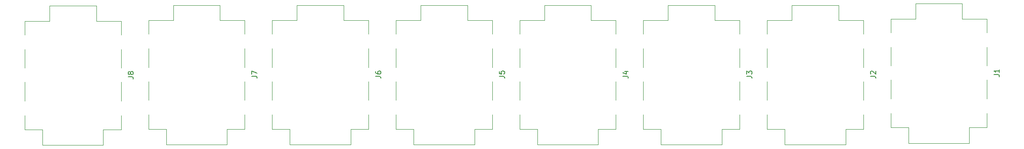
<source format=gto>
G04 #@! TF.GenerationSoftware,KiCad,Pcbnew,7.0.2*
G04 #@! TF.CreationDate,2024-02-22T21:39:23+01:00*
G04 #@! TF.ProjectId,jack_io_board,6a61636b-5f69-46f5-9f62-6f6172642e6b,rev?*
G04 #@! TF.SameCoordinates,Original*
G04 #@! TF.FileFunction,Legend,Top*
G04 #@! TF.FilePolarity,Positive*
%FSLAX46Y46*%
G04 Gerber Fmt 4.6, Leading zero omitted, Abs format (unit mm)*
G04 Created by KiCad (PCBNEW 7.0.2) date 2024-02-22 21:39:23*
%MOMM*%
%LPD*%
G01*
G04 APERTURE LIST*
%ADD10C,0.150000*%
%ADD11C,0.120000*%
%ADD12C,3.000000*%
G04 APERTURE END LIST*
D10*
X81782619Y-85953333D02*
X82496904Y-85953333D01*
X82496904Y-85953333D02*
X82639761Y-86000952D01*
X82639761Y-86000952D02*
X82735000Y-86096190D01*
X82735000Y-86096190D02*
X82782619Y-86239047D01*
X82782619Y-86239047D02*
X82782619Y-86334285D01*
X82211190Y-85334285D02*
X82163571Y-85429523D01*
X82163571Y-85429523D02*
X82115952Y-85477142D01*
X82115952Y-85477142D02*
X82020714Y-85524761D01*
X82020714Y-85524761D02*
X81973095Y-85524761D01*
X81973095Y-85524761D02*
X81877857Y-85477142D01*
X81877857Y-85477142D02*
X81830238Y-85429523D01*
X81830238Y-85429523D02*
X81782619Y-85334285D01*
X81782619Y-85334285D02*
X81782619Y-85143809D01*
X81782619Y-85143809D02*
X81830238Y-85048571D01*
X81830238Y-85048571D02*
X81877857Y-85000952D01*
X81877857Y-85000952D02*
X81973095Y-84953333D01*
X81973095Y-84953333D02*
X82020714Y-84953333D01*
X82020714Y-84953333D02*
X82115952Y-85000952D01*
X82115952Y-85000952D02*
X82163571Y-85048571D01*
X82163571Y-85048571D02*
X82211190Y-85143809D01*
X82211190Y-85143809D02*
X82211190Y-85334285D01*
X82211190Y-85334285D02*
X82258809Y-85429523D01*
X82258809Y-85429523D02*
X82306428Y-85477142D01*
X82306428Y-85477142D02*
X82401666Y-85524761D01*
X82401666Y-85524761D02*
X82592142Y-85524761D01*
X82592142Y-85524761D02*
X82687380Y-85477142D01*
X82687380Y-85477142D02*
X82735000Y-85429523D01*
X82735000Y-85429523D02*
X82782619Y-85334285D01*
X82782619Y-85334285D02*
X82782619Y-85143809D01*
X82782619Y-85143809D02*
X82735000Y-85048571D01*
X82735000Y-85048571D02*
X82687380Y-85000952D01*
X82687380Y-85000952D02*
X82592142Y-84953333D01*
X82592142Y-84953333D02*
X82401666Y-84953333D01*
X82401666Y-84953333D02*
X82306428Y-85000952D01*
X82306428Y-85000952D02*
X82258809Y-85048571D01*
X82258809Y-85048571D02*
X82211190Y-85143809D01*
X105462619Y-85853333D02*
X106176904Y-85853333D01*
X106176904Y-85853333D02*
X106319761Y-85900952D01*
X106319761Y-85900952D02*
X106415000Y-85996190D01*
X106415000Y-85996190D02*
X106462619Y-86139047D01*
X106462619Y-86139047D02*
X106462619Y-86234285D01*
X105462619Y-85472380D02*
X105462619Y-84805714D01*
X105462619Y-84805714D02*
X106462619Y-85234285D01*
X129142619Y-85853333D02*
X129856904Y-85853333D01*
X129856904Y-85853333D02*
X129999761Y-85900952D01*
X129999761Y-85900952D02*
X130095000Y-85996190D01*
X130095000Y-85996190D02*
X130142619Y-86139047D01*
X130142619Y-86139047D02*
X130142619Y-86234285D01*
X129142619Y-84948571D02*
X129142619Y-85139047D01*
X129142619Y-85139047D02*
X129190238Y-85234285D01*
X129190238Y-85234285D02*
X129237857Y-85281904D01*
X129237857Y-85281904D02*
X129380714Y-85377142D01*
X129380714Y-85377142D02*
X129571190Y-85424761D01*
X129571190Y-85424761D02*
X129952142Y-85424761D01*
X129952142Y-85424761D02*
X130047380Y-85377142D01*
X130047380Y-85377142D02*
X130095000Y-85329523D01*
X130095000Y-85329523D02*
X130142619Y-85234285D01*
X130142619Y-85234285D02*
X130142619Y-85043809D01*
X130142619Y-85043809D02*
X130095000Y-84948571D01*
X130095000Y-84948571D02*
X130047380Y-84900952D01*
X130047380Y-84900952D02*
X129952142Y-84853333D01*
X129952142Y-84853333D02*
X129714047Y-84853333D01*
X129714047Y-84853333D02*
X129618809Y-84900952D01*
X129618809Y-84900952D02*
X129571190Y-84948571D01*
X129571190Y-84948571D02*
X129523571Y-85043809D01*
X129523571Y-85043809D02*
X129523571Y-85234285D01*
X129523571Y-85234285D02*
X129571190Y-85329523D01*
X129571190Y-85329523D02*
X129618809Y-85377142D01*
X129618809Y-85377142D02*
X129714047Y-85424761D01*
X152822619Y-85853333D02*
X153536904Y-85853333D01*
X153536904Y-85853333D02*
X153679761Y-85900952D01*
X153679761Y-85900952D02*
X153775000Y-85996190D01*
X153775000Y-85996190D02*
X153822619Y-86139047D01*
X153822619Y-86139047D02*
X153822619Y-86234285D01*
X152822619Y-84900952D02*
X152822619Y-85377142D01*
X152822619Y-85377142D02*
X153298809Y-85424761D01*
X153298809Y-85424761D02*
X153251190Y-85377142D01*
X153251190Y-85377142D02*
X153203571Y-85281904D01*
X153203571Y-85281904D02*
X153203571Y-85043809D01*
X153203571Y-85043809D02*
X153251190Y-84948571D01*
X153251190Y-84948571D02*
X153298809Y-84900952D01*
X153298809Y-84900952D02*
X153394047Y-84853333D01*
X153394047Y-84853333D02*
X153632142Y-84853333D01*
X153632142Y-84853333D02*
X153727380Y-84900952D01*
X153727380Y-84900952D02*
X153775000Y-84948571D01*
X153775000Y-84948571D02*
X153822619Y-85043809D01*
X153822619Y-85043809D02*
X153822619Y-85281904D01*
X153822619Y-85281904D02*
X153775000Y-85377142D01*
X153775000Y-85377142D02*
X153727380Y-85424761D01*
X176502619Y-85853333D02*
X177216904Y-85853333D01*
X177216904Y-85853333D02*
X177359761Y-85900952D01*
X177359761Y-85900952D02*
X177455000Y-85996190D01*
X177455000Y-85996190D02*
X177502619Y-86139047D01*
X177502619Y-86139047D02*
X177502619Y-86234285D01*
X176835952Y-84948571D02*
X177502619Y-84948571D01*
X176455000Y-85186666D02*
X177169285Y-85424761D01*
X177169285Y-85424761D02*
X177169285Y-84805714D01*
X200182619Y-85853333D02*
X200896904Y-85853333D01*
X200896904Y-85853333D02*
X201039761Y-85900952D01*
X201039761Y-85900952D02*
X201135000Y-85996190D01*
X201135000Y-85996190D02*
X201182619Y-86139047D01*
X201182619Y-86139047D02*
X201182619Y-86234285D01*
X200182619Y-85472380D02*
X200182619Y-84853333D01*
X200182619Y-84853333D02*
X200563571Y-85186666D01*
X200563571Y-85186666D02*
X200563571Y-85043809D01*
X200563571Y-85043809D02*
X200611190Y-84948571D01*
X200611190Y-84948571D02*
X200658809Y-84900952D01*
X200658809Y-84900952D02*
X200754047Y-84853333D01*
X200754047Y-84853333D02*
X200992142Y-84853333D01*
X200992142Y-84853333D02*
X201087380Y-84900952D01*
X201087380Y-84900952D02*
X201135000Y-84948571D01*
X201135000Y-84948571D02*
X201182619Y-85043809D01*
X201182619Y-85043809D02*
X201182619Y-85329523D01*
X201182619Y-85329523D02*
X201135000Y-85424761D01*
X201135000Y-85424761D02*
X201087380Y-85472380D01*
X223862619Y-85853333D02*
X224576904Y-85853333D01*
X224576904Y-85853333D02*
X224719761Y-85900952D01*
X224719761Y-85900952D02*
X224815000Y-85996190D01*
X224815000Y-85996190D02*
X224862619Y-86139047D01*
X224862619Y-86139047D02*
X224862619Y-86234285D01*
X223957857Y-85424761D02*
X223910238Y-85377142D01*
X223910238Y-85377142D02*
X223862619Y-85281904D01*
X223862619Y-85281904D02*
X223862619Y-85043809D01*
X223862619Y-85043809D02*
X223910238Y-84948571D01*
X223910238Y-84948571D02*
X223957857Y-84900952D01*
X223957857Y-84900952D02*
X224053095Y-84853333D01*
X224053095Y-84853333D02*
X224148333Y-84853333D01*
X224148333Y-84853333D02*
X224291190Y-84900952D01*
X224291190Y-84900952D02*
X224862619Y-85472380D01*
X224862619Y-85472380D02*
X224862619Y-84853333D01*
X247542619Y-85553333D02*
X248256904Y-85553333D01*
X248256904Y-85553333D02*
X248399761Y-85600952D01*
X248399761Y-85600952D02*
X248495000Y-85696190D01*
X248495000Y-85696190D02*
X248542619Y-85839047D01*
X248542619Y-85839047D02*
X248542619Y-85934285D01*
X248542619Y-84553333D02*
X248542619Y-85124761D01*
X248542619Y-84839047D02*
X247542619Y-84839047D01*
X247542619Y-84839047D02*
X247685476Y-84934285D01*
X247685476Y-84934285D02*
X247780714Y-85029523D01*
X247780714Y-85029523D02*
X247828333Y-85124761D01*
D11*
X80425000Y-96090000D02*
X80425000Y-93370000D01*
X77025000Y-96090000D02*
X77025000Y-99090000D01*
X80425000Y-80670000D02*
X80425000Y-84270000D01*
X75675000Y-72320000D02*
X75675000Y-75240000D01*
X61985000Y-75240000D02*
X66735000Y-75240000D01*
X75675000Y-75240000D02*
X80425000Y-75240000D01*
X77025000Y-96090000D02*
X80425000Y-96090000D01*
X61985000Y-90570000D02*
X61985000Y-86970000D01*
X66735000Y-72320000D02*
X66735000Y-75240000D01*
X66775000Y-72320000D02*
X75675000Y-72320000D01*
X65385000Y-99090000D02*
X77025000Y-99090000D01*
X65385000Y-96090000D02*
X65385000Y-99090000D01*
X80425000Y-86970000D02*
X80425000Y-90570000D01*
X61985000Y-96090000D02*
X65385000Y-96090000D01*
X80425000Y-75240000D02*
X80425000Y-77870000D01*
X61985000Y-96090000D02*
X61985000Y-93370000D01*
X61985000Y-84270000D02*
X61985000Y-80670000D01*
X61985000Y-77870000D02*
X61985000Y-75240000D01*
X104105000Y-95990000D02*
X104105000Y-93270000D01*
X100705000Y-95990000D02*
X100705000Y-98990000D01*
X104105000Y-80570000D02*
X104105000Y-84170000D01*
X99355000Y-72220000D02*
X99355000Y-75140000D01*
X85665000Y-75140000D02*
X90415000Y-75140000D01*
X99355000Y-75140000D02*
X104105000Y-75140000D01*
X100705000Y-95990000D02*
X104105000Y-95990000D01*
X85665000Y-90470000D02*
X85665000Y-86870000D01*
X90415000Y-72220000D02*
X90415000Y-75140000D01*
X90455000Y-72220000D02*
X99355000Y-72220000D01*
X89065000Y-98990000D02*
X100705000Y-98990000D01*
X89065000Y-95990000D02*
X89065000Y-98990000D01*
X104105000Y-86870000D02*
X104105000Y-90470000D01*
X85665000Y-95990000D02*
X89065000Y-95990000D01*
X104105000Y-75140000D02*
X104105000Y-77770000D01*
X85665000Y-95990000D02*
X85665000Y-93270000D01*
X85665000Y-84170000D02*
X85665000Y-80570000D01*
X85665000Y-77770000D02*
X85665000Y-75140000D01*
X127785000Y-95990000D02*
X127785000Y-93270000D01*
X124385000Y-95990000D02*
X124385000Y-98990000D01*
X127785000Y-80570000D02*
X127785000Y-84170000D01*
X123035000Y-72220000D02*
X123035000Y-75140000D01*
X109345000Y-75140000D02*
X114095000Y-75140000D01*
X123035000Y-75140000D02*
X127785000Y-75140000D01*
X124385000Y-95990000D02*
X127785000Y-95990000D01*
X109345000Y-90470000D02*
X109345000Y-86870000D01*
X114095000Y-72220000D02*
X114095000Y-75140000D01*
X114135000Y-72220000D02*
X123035000Y-72220000D01*
X112745000Y-98990000D02*
X124385000Y-98990000D01*
X112745000Y-95990000D02*
X112745000Y-98990000D01*
X127785000Y-86870000D02*
X127785000Y-90470000D01*
X109345000Y-95990000D02*
X112745000Y-95990000D01*
X127785000Y-75140000D02*
X127785000Y-77770000D01*
X109345000Y-95990000D02*
X109345000Y-93270000D01*
X109345000Y-84170000D02*
X109345000Y-80570000D01*
X109345000Y-77770000D02*
X109345000Y-75140000D01*
X151465000Y-95990000D02*
X151465000Y-93270000D01*
X148065000Y-95990000D02*
X148065000Y-98990000D01*
X151465000Y-80570000D02*
X151465000Y-84170000D01*
X146715000Y-72220000D02*
X146715000Y-75140000D01*
X133025000Y-75140000D02*
X137775000Y-75140000D01*
X146715000Y-75140000D02*
X151465000Y-75140000D01*
X148065000Y-95990000D02*
X151465000Y-95990000D01*
X133025000Y-90470000D02*
X133025000Y-86870000D01*
X137775000Y-72220000D02*
X137775000Y-75140000D01*
X137815000Y-72220000D02*
X146715000Y-72220000D01*
X136425000Y-98990000D02*
X148065000Y-98990000D01*
X136425000Y-95990000D02*
X136425000Y-98990000D01*
X151465000Y-86870000D02*
X151465000Y-90470000D01*
X133025000Y-95990000D02*
X136425000Y-95990000D01*
X151465000Y-75140000D02*
X151465000Y-77770000D01*
X133025000Y-95990000D02*
X133025000Y-93270000D01*
X133025000Y-84170000D02*
X133025000Y-80570000D01*
X133025000Y-77770000D02*
X133025000Y-75140000D01*
X175145000Y-95990000D02*
X175145000Y-93270000D01*
X171745000Y-95990000D02*
X171745000Y-98990000D01*
X175145000Y-80570000D02*
X175145000Y-84170000D01*
X170395000Y-72220000D02*
X170395000Y-75140000D01*
X156705000Y-75140000D02*
X161455000Y-75140000D01*
X170395000Y-75140000D02*
X175145000Y-75140000D01*
X171745000Y-95990000D02*
X175145000Y-95990000D01*
X156705000Y-90470000D02*
X156705000Y-86870000D01*
X161455000Y-72220000D02*
X161455000Y-75140000D01*
X161495000Y-72220000D02*
X170395000Y-72220000D01*
X160105000Y-98990000D02*
X171745000Y-98990000D01*
X160105000Y-95990000D02*
X160105000Y-98990000D01*
X175145000Y-86870000D02*
X175145000Y-90470000D01*
X156705000Y-95990000D02*
X160105000Y-95990000D01*
X175145000Y-75140000D02*
X175145000Y-77770000D01*
X156705000Y-95990000D02*
X156705000Y-93270000D01*
X156705000Y-84170000D02*
X156705000Y-80570000D01*
X156705000Y-77770000D02*
X156705000Y-75140000D01*
X198825000Y-95990000D02*
X198825000Y-93270000D01*
X195425000Y-95990000D02*
X195425000Y-98990000D01*
X198825000Y-80570000D02*
X198825000Y-84170000D01*
X194075000Y-72220000D02*
X194075000Y-75140000D01*
X180385000Y-75140000D02*
X185135000Y-75140000D01*
X194075000Y-75140000D02*
X198825000Y-75140000D01*
X195425000Y-95990000D02*
X198825000Y-95990000D01*
X180385000Y-90470000D02*
X180385000Y-86870000D01*
X185135000Y-72220000D02*
X185135000Y-75140000D01*
X185175000Y-72220000D02*
X194075000Y-72220000D01*
X183785000Y-98990000D02*
X195425000Y-98990000D01*
X183785000Y-95990000D02*
X183785000Y-98990000D01*
X198825000Y-86870000D02*
X198825000Y-90470000D01*
X180385000Y-95990000D02*
X183785000Y-95990000D01*
X198825000Y-75140000D02*
X198825000Y-77770000D01*
X180385000Y-95990000D02*
X180385000Y-93270000D01*
X180385000Y-84170000D02*
X180385000Y-80570000D01*
X180385000Y-77770000D02*
X180385000Y-75140000D01*
X222505000Y-95990000D02*
X222505000Y-93270000D01*
X219105000Y-95990000D02*
X219105000Y-98990000D01*
X222505000Y-80570000D02*
X222505000Y-84170000D01*
X217755000Y-72220000D02*
X217755000Y-75140000D01*
X204065000Y-75140000D02*
X208815000Y-75140000D01*
X217755000Y-75140000D02*
X222505000Y-75140000D01*
X219105000Y-95990000D02*
X222505000Y-95990000D01*
X204065000Y-90470000D02*
X204065000Y-86870000D01*
X208815000Y-72220000D02*
X208815000Y-75140000D01*
X208855000Y-72220000D02*
X217755000Y-72220000D01*
X207465000Y-98990000D02*
X219105000Y-98990000D01*
X207465000Y-95990000D02*
X207465000Y-98990000D01*
X222505000Y-86870000D02*
X222505000Y-90470000D01*
X204065000Y-95990000D02*
X207465000Y-95990000D01*
X222505000Y-75140000D02*
X222505000Y-77770000D01*
X204065000Y-95990000D02*
X204065000Y-93270000D01*
X204065000Y-84170000D02*
X204065000Y-80570000D01*
X204065000Y-77770000D02*
X204065000Y-75140000D01*
X246185000Y-95690000D02*
X246185000Y-92970000D01*
X242785000Y-95690000D02*
X242785000Y-98690000D01*
X246185000Y-80270000D02*
X246185000Y-83870000D01*
X241435000Y-71920000D02*
X241435000Y-74840000D01*
X227745000Y-74840000D02*
X232495000Y-74840000D01*
X241435000Y-74840000D02*
X246185000Y-74840000D01*
X242785000Y-95690000D02*
X246185000Y-95690000D01*
X227745000Y-90170000D02*
X227745000Y-86570000D01*
X232495000Y-71920000D02*
X232495000Y-74840000D01*
X232535000Y-71920000D02*
X241435000Y-71920000D01*
X231145000Y-98690000D02*
X242785000Y-98690000D01*
X231145000Y-95690000D02*
X231145000Y-98690000D01*
X246185000Y-86570000D02*
X246185000Y-90170000D01*
X227745000Y-95690000D02*
X231145000Y-95690000D01*
X246185000Y-74840000D02*
X246185000Y-77470000D01*
X227745000Y-95690000D02*
X227745000Y-92970000D01*
X227745000Y-83870000D02*
X227745000Y-80270000D01*
X227745000Y-77470000D02*
X227745000Y-74840000D01*
%LPC*%
D12*
X79320000Y-85620000D03*
X63090000Y-85620000D03*
X79320000Y-91970000D03*
X63090000Y-91970000D03*
X79320000Y-79270000D03*
X63090000Y-79270000D03*
X103000000Y-85520000D03*
X86770000Y-85520000D03*
X103000000Y-91870000D03*
X86770000Y-91870000D03*
X103000000Y-79170000D03*
X86770000Y-79170000D03*
X126680000Y-85520000D03*
X110450000Y-85520000D03*
X126680000Y-91870000D03*
X110450000Y-91870000D03*
X126680000Y-79170000D03*
X110450000Y-79170000D03*
X150360000Y-85520000D03*
X134130000Y-85520000D03*
X150360000Y-91870000D03*
X134130000Y-91870000D03*
X150360000Y-79170000D03*
X134130000Y-79170000D03*
X174040000Y-85520000D03*
X157810000Y-85520000D03*
X174040000Y-91870000D03*
X157810000Y-91870000D03*
X174040000Y-79170000D03*
X157810000Y-79170000D03*
X197720000Y-85520000D03*
X181490000Y-85520000D03*
X197720000Y-91870000D03*
X181490000Y-91870000D03*
X197720000Y-79170000D03*
X181490000Y-79170000D03*
X221400000Y-85520000D03*
X205170000Y-85520000D03*
X221400000Y-91870000D03*
X205170000Y-91870000D03*
X221400000Y-79170000D03*
X205170000Y-79170000D03*
X245080000Y-85220000D03*
X228850000Y-85220000D03*
X245080000Y-91570000D03*
X228850000Y-91570000D03*
X245080000Y-78870000D03*
X228850000Y-78870000D03*
%LPD*%
M02*

</source>
